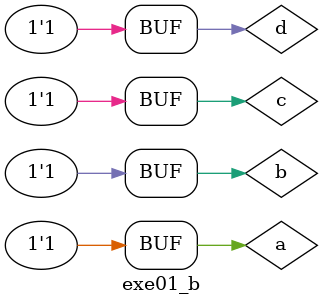
<source format=v>
/** 
Preparacao 01 - b 
Aluna: Izadora Galarza Alves
*/ 

module PoS (output s, input a, input b, input c, input d);

assign s = (a|b|c|d)      // 0
         & (a|b|c|~d)     // 1
         & (a|b|~c|~d)    // 3
         & (a|~b|c|d)     // 4
         & (a|~b|c|~d)    // 5
         & (~a|b|c|d)     // 8
         & (~a|b|c|~d)    // 9
         & (~a|b|c|~d)    // 10 
         & (~a|b|~c|~d)   // 11
         & (~a|~b|c|~d);  // 13

endmodule


module exe01_b;

reg a, b, c, d;
wire s;

PoS POS1 (s, a, b, c, d);

initial begin : start
  a = 1'bx; b = 1'bx; c = 1'bx; d = 1'bx;
end

initial begin : main
  // identificação
  $display("Exercicio 1 - B - Izadora Galarza Alves");
  $display("Test boolean expression (PoS)");
  $display("a b c d = s");
  $monitor("%2b %2b %2b %2b = %2b", a, b, c, d, s);

  // sinalização m0 até m15
  #1 a=0; b=0; c=0; d=0;  // m0
  #1 a=0; b=0; c=0; d=1;  // m1
  #1 a=0; b=0; c=1; d=0;  // m2 
  #1 a=0; b=0; c=1; d=1;  // m3
  #1 a=0; b=1; c=0; d=0;  // m4
  #1 a=0; b=1; c=0; d=1;  // m5
  #1 a=0; b=1; c=1; d=0;  // m6
  #1 a=0; b=1; c=1; d=1;  // m7 
  #1 a=1; b=0; c=0; d=0;  // m8
  #1 a=1; b=0; c=0; d=1;  // m9
  #1 a=1; b=0; c=1; d=0;  // m10
  #1 a=1; b=0; c=1; d=1;  // m11
  #1 a=1; b=1; c=0; d=0;  // m12 
  #1 a=1; b=1; c=0; d=1;  // m13
  #1 a=1; b=1; c=1; d=0;  // m14 
  #1 a=1; b=1; c=1; d=1;  // m15 
end

endmodule

</source>
